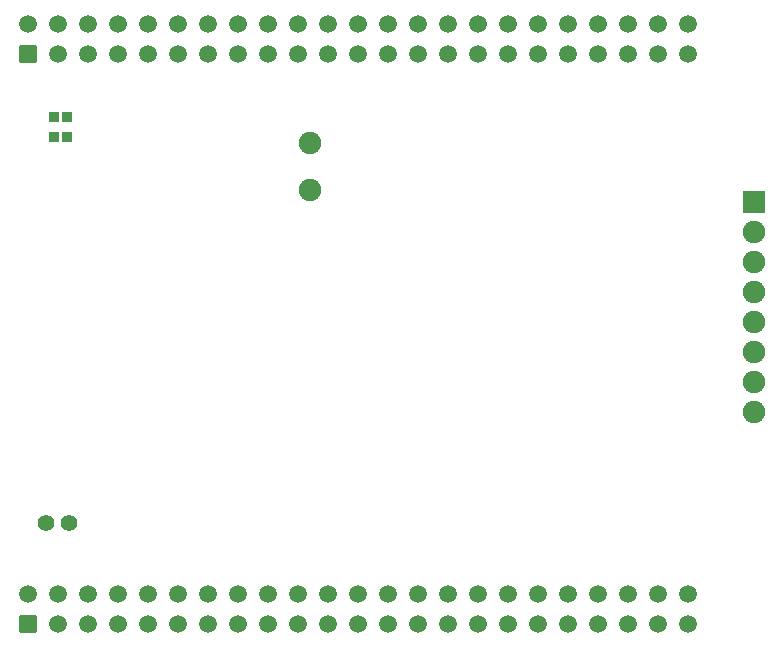
<source format=gts>
G04 Layer: TopSolderMaskLayer*
G04 EasyEDA v6.5.22, 2023-01-10 12:32:39*
G04 1e824566333e41a2b08e8a3146a8d8cc,2e4b97ed0a384ad5b60706015a639cab,10*
G04 Gerber Generator version 0.2*
G04 Scale: 100 percent, Rotated: No, Reflected: No *
G04 Dimensions in inches *
G04 leading zeros omitted , absolute positions ,3 integer and 6 decimal *
%FSLAX36Y36*%
%MOIN*%

%AMMACRO1*1,1,$1,$2,$3*1,1,$1,$4,$5*1,1,$1,0-$2,0-$3*1,1,$1,0-$4,0-$5*20,1,$1,$2,$3,$4,$5,0*20,1,$1,$4,$5,0-$2,0-$3,0*20,1,$1,0-$2,0-$3,0-$4,0-$5,0*20,1,$1,0-$4,0-$5,$2,$3,0*4,1,4,$2,$3,$4,$5,0-$2,0-$3,0-$4,0-$5,$2,$3,0*%
%ADD10C,0.0749*%
%ADD11MACRO1,0.004X-0.0276X0.0276X0.0276X0.0276*%
%ADD12C,0.0591*%
%ADD13MACRO1,0.004X0.0354X0.0354X0.0354X-0.0354*%
%ADD14MACRO1,0.0039X0.0138X0.0157X0.0138X-0.0157*%
%ADD15C,0.0552*%

%LPD*%
D10*
G01*
X1780000Y-688739D03*
G01*
X1780000Y-531260D03*
D11*
G01*
X840000Y-235000D03*
D12*
G01*
X840000Y-135000D03*
G01*
X940000Y-235000D03*
G01*
X940000Y-135000D03*
G01*
X1040000Y-235000D03*
G01*
X1040000Y-135000D03*
G01*
X1140000Y-235000D03*
G01*
X1140000Y-135000D03*
G01*
X1240000Y-235000D03*
G01*
X1240000Y-135000D03*
G01*
X1340000Y-235000D03*
G01*
X1340000Y-135000D03*
G01*
X1440000Y-235000D03*
G01*
X1440000Y-135000D03*
G01*
X1540000Y-235000D03*
G01*
X1540000Y-135000D03*
G01*
X1640000Y-235000D03*
G01*
X1640000Y-135000D03*
G01*
X1740000Y-235000D03*
G01*
X1740000Y-135000D03*
G01*
X1840000Y-235000D03*
G01*
X1840000Y-135000D03*
G01*
X1940000Y-235000D03*
G01*
X1940000Y-135000D03*
G01*
X2040000Y-235000D03*
G01*
X2040000Y-135000D03*
G01*
X2140000Y-235000D03*
G01*
X2140000Y-135000D03*
G01*
X2240000Y-235000D03*
G01*
X2240000Y-135000D03*
G01*
X2340000Y-235000D03*
G01*
X2340000Y-135000D03*
G01*
X2440000Y-235000D03*
G01*
X2440000Y-135000D03*
G01*
X2540000Y-235000D03*
G01*
X2540000Y-135000D03*
G01*
X2640000Y-235000D03*
G01*
X2640000Y-135000D03*
G01*
X2740000Y-235000D03*
G01*
X2740000Y-135000D03*
G01*
X2840000Y-235000D03*
G01*
X2840000Y-135000D03*
G01*
X2940000Y-235000D03*
G01*
X2940000Y-135000D03*
G01*
X3040000Y-235000D03*
G01*
X3040000Y-135000D03*
D11*
G01*
X840000Y-2135000D03*
D12*
G01*
X840000Y-2035000D03*
G01*
X940000Y-2135000D03*
G01*
X940000Y-2035000D03*
G01*
X1040000Y-2135000D03*
G01*
X1040000Y-2035000D03*
G01*
X1140000Y-2135000D03*
G01*
X1140000Y-2035000D03*
G01*
X1240000Y-2135000D03*
G01*
X1240000Y-2035000D03*
G01*
X1340000Y-2135000D03*
G01*
X1340000Y-2035000D03*
G01*
X1440000Y-2135000D03*
G01*
X1440000Y-2035000D03*
G01*
X1540000Y-2135000D03*
G01*
X1540000Y-2035000D03*
G01*
X1640000Y-2135000D03*
G01*
X1640000Y-2035000D03*
G01*
X1740000Y-2135000D03*
G01*
X1740000Y-2035000D03*
G01*
X1840000Y-2135000D03*
G01*
X1840000Y-2035000D03*
G01*
X1940000Y-2135000D03*
G01*
X1940000Y-2035000D03*
G01*
X2040000Y-2135000D03*
G01*
X2040000Y-2035000D03*
G01*
X2140000Y-2135000D03*
G01*
X2140000Y-2035000D03*
G01*
X2240000Y-2135000D03*
G01*
X2240000Y-2035000D03*
G01*
X2340000Y-2135000D03*
G01*
X2340000Y-2035000D03*
G01*
X2440000Y-2135000D03*
G01*
X2440000Y-2035000D03*
G01*
X2540000Y-2135000D03*
G01*
X2540000Y-2035000D03*
G01*
X2640000Y-2135000D03*
G01*
X2640000Y-2035000D03*
G01*
X2740000Y-2135000D03*
G01*
X2740000Y-2035000D03*
G01*
X2840000Y-2135000D03*
G01*
X2840000Y-2035000D03*
G01*
X2940000Y-2135000D03*
G01*
X2940000Y-2035000D03*
G01*
X3040000Y-2135000D03*
G01*
X3040000Y-2035000D03*
D13*
G01*
X3260000Y-730000D03*
D10*
G01*
X3260000Y-830000D03*
G01*
X3260000Y-930000D03*
G01*
X3260000Y-1030000D03*
G01*
X3260000Y-1130000D03*
G01*
X3260000Y-1230000D03*
G01*
X3260000Y-1330000D03*
G01*
X3260000Y-1430000D03*
D14*
G01*
X971649Y-513464D03*
G01*
X928350Y-513464D03*
G01*
X928350Y-446535D03*
G01*
X971649Y-446535D03*
D15*
G01*
X979369Y-1800000D03*
G01*
X900630Y-1800000D03*
M02*

</source>
